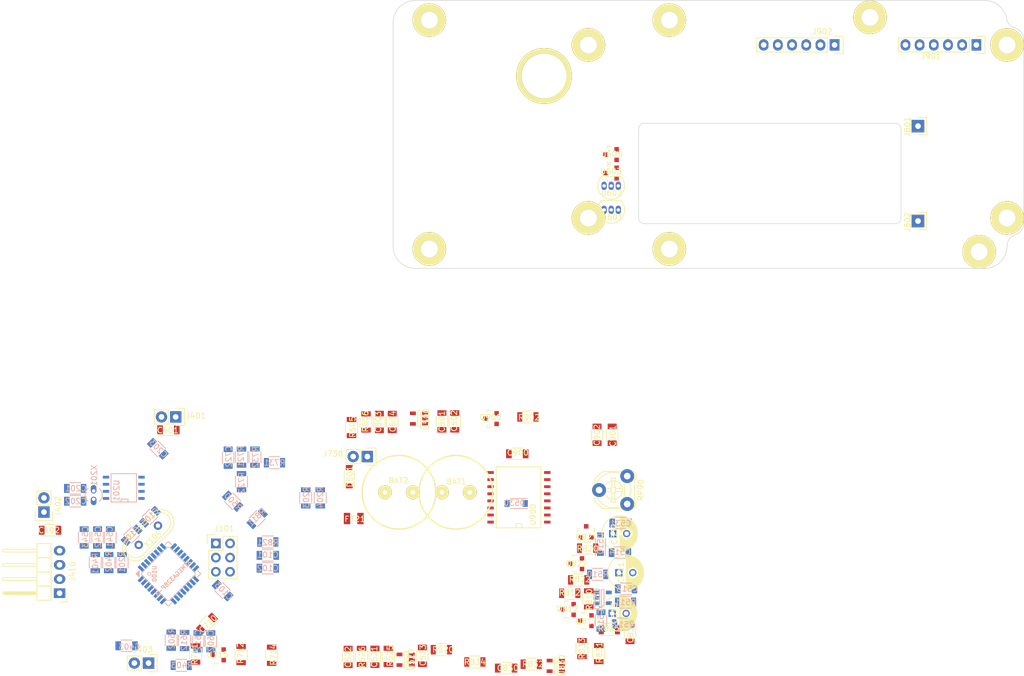
<source format=kicad_pcb>
(kicad_pcb (version 4) (host pcbnew 4.0.4-stable)
  (layers (0 F.Cu signal) (31 B.Cu signal) (34 B.Paste user hide) (35 F.Paste user hide) (36 B.SilkS user hide) (37 F.SilkS user) (38 B.Mask user hide) (39 F.Mask user hide) (44 Edge.Cuts user))
  (net 0 "")
  (net 1 "Net-(BAT1-Pad1)")
  (net 2 GND)
  (net 3 "Net-(BAT2-Pad1)")
  (net 4 VCC)
  (net 5 "Net-(C104-Pad2)")
  (net 6 "Net-(C105-Pad2)")
  (net 7 "Net-(C201-Pad1)")
  (net 8 "Net-(C202-Pad1)")
  (net 9 V_rtc)
  (net 10 BP1)
  (net 11 BP2)
  (net 12 BP3)
  (net 13 V_sol)
  (net 14 "Net-(C503-Pad1)")
  (net 15 "Net-(C504-Pad1)")
  (net 16 "Net-(C511-Pad1)")
  (net 17 "Net-(C513-Pad1)")
  (net 18 VPP)
  (net 19 "Net-(C522-Pad1)")
  (net 20 V_bat)
  (net 21 quadA)
  (net 22 quadB)
  (net 23 V_ref)
  (net 24 M_imot)
  (net 25 "Net-(J101-Pad1)")
  (net 26 "Net-(J101-Pad3)")
  (net 27 "Net-(J101-Pad4)")
  (net 28 "Net-(J101-Pad5)")
  (net 29 SDA)
  (net 30 SCL)
  (net 31 "Net-(J901-Pad4)")
  (net 32 "Net-(J901-Pad5)")
  (net 33 "Net-(J901-Pad6)")
  (net 34 "Net-(J902-Pad1)")
  (net 35 "Net-(J902-Pad2)")
  (net 36 "Net-(J902-Pad3)")
  (net 37 "Net-(J902-Pad4)")
  (net 38 "Net-(J902-Pad6)")
  (net 39 "Net-(Q811-Pad1)")
  (net 40 "Net-(Q811-Pad2)")
  (net 41 "Net-(Q812-Pad1)")
  (net 42 "Net-(Q821-Pad1)")
  (net 43 "Net-(Q822-Pad1)")
  (net 44 "Net-(Q900-Pad1)")
  (net 45 alarm)
  (net 46 charge_OFF)
  (net 47 "Net-(R510-Pad2)")
  (net 48 VppEn)
  (net 49 "Net-(R711-Pad1)")
  (net 50 M_bat)
  (net 51 M_sol)
  (net 52 C_frw)
  (net 53 C_bkw)
  (net 54 "Net-(R831-Pad2)")
  (net 55 "Net-(R832-Pad2)")
  (net 56 "Net-(R833-Pad1)")
  (net 57 "Net-(R902-Pad1)")
  (net 58 "Net-(J802-Pad1)")
  (net 59 "Net-(J801-Pad1)")
  (net 60 "Net-(C901-Pad2)")
  (module Potentiometers:Potentiometer_Triwood_RM-065 (layer F.Cu) (at 143.9 142.19872 90)
    (fp_text reference RP90 (at 2.5 2.4 90) (layer F.SilkS))
    (fp_text value 100k)
    (pad 2 thru_hole circle (at 2.49936 -5.03936 90) (size 2.49936 2.49936) (drill 1.19888) (layers *.Cu *.Mask) (net 60 "Net-(C901-Pad2)"))
    (pad 3 thru_hole circle (at 4.99872 0 90) (size 2.49936 2.49936) (drill 1.19888) (layers *.Cu *.Mask) (net 4 VCC))
    (pad 1 thru_hole circle (at 0 0 90) (size 2.49936 2.49936) (drill 1.19888) (layers *.Cu *.Mask) (net 2 GND))
  )
  (module Resistors_SMD:R_1206 (layer B.Cu) (at 143.6 159.8)
    (fp_text reference R511 (at 0 0) (layer B.SilkS) (effects (justify mirror)))
    (fp_text value 100k)
    (pad 1 smd rect (at -1.45 0) (size 0.9 1.7) (layers B.Cu B.Paste B.Mask) (net 2 GND))
    (pad 2 smd rect (at 1.45 0) (size 0.9 1.7) (layers B.Cu B.Paste B.Mask) (net 17 "Net-(C513-Pad1)"))
  )
  (module Resistors_SMD:R_1206 (layer F.Cu) (at 116.6 170.5 180)
    (fp_text reference R834 (at 0 0 180) (layer F.SilkS))
    (fp_text value 1k)
    (pad 1 smd rect (at -1.45 0 180) (size 0.9 1.7) (layers F.Cu F.Paste F.Mask) (net 55 "Net-(R832-Pad2)"))
    (pad 2 smd rect (at 1.45 0 180) (size 0.9 1.7) (layers F.Cu F.Paste F.Mask) (net 2 GND))
  )
  (module gdi:HFC1330 (layer F.Cu) (at 113.2 140.1)
    (fp_text reference BAT1 (at 0.1 -1.9) (layer F.SilkS))
    (fp_text value BAT)
    (pad 1 thru_hole circle (at -2.5 0) (size 2.5 2.5) (drill 0.8) (layers *.Cu *.Mask F.SilkS) (net 1 "Net-(BAT1-Pad1)"))
    (pad 2 thru_hole circle (at 2.5 0) (size 2.5 2.5) (drill 0.8) (layers *.Cu *.Mask F.SilkS) (net 2 GND))
  )
  (module gdi:HFC1330 (layer F.Cu) (at 103 140.1)
    (fp_text reference BAT2 (at -0.1 -2.1) (layer F.SilkS))
    (fp_text value BAT)
    (pad 1 thru_hole circle (at -2.5 0) (size 2.5 2.5) (drill 0.8) (layers *.Cu *.Mask F.SilkS) (net 3 "Net-(BAT2-Pad1)"))
    (pad 2 thru_hole circle (at 2.5 0) (size 2.5 2.5) (drill 0.8) (layers *.Cu *.Mask F.SilkS) (net 1 "Net-(BAT1-Pad1)"))
  )
  (module Capacitors_ThroughHole:C_Radial_D6.3_L11.2_P2.5 (layer F.Cu) (at 142.4 154.5)
    (fp_text reference C511 (at 0.4 0 90) (layer F.SilkS))
    (fp_text value 470uF)
    (pad 2 thru_hole circle (at 2.5 0) (size 1.3 1.3) (drill 0.8) (layers *.Cu *.Mask) (net 2 GND))
    (pad 1 thru_hole rect (at 0 0) (size 1.3 1.3) (drill 0.8) (layers *.Cu *.Mask) (net 16 "Net-(C511-Pad1)"))
  )
  (module Capacitors_ThroughHole:C_Radial_D6.3_L11.2_P2.5 (layer F.Cu) (at 141.2 161.8)
    (fp_text reference C515 (at 0.4 -0.06 90) (layer F.SilkS))
    (fp_text value 470uF)
    (pad 2 thru_hole circle (at 2.5 0) (size 1.3 1.3) (drill 0.8) (layers *.Cu *.Mask) (net 2 GND))
    (pad 1 thru_hole rect (at 0 0) (size 1.3 1.3) (drill 0.8) (layers *.Cu *.Mask) (net 4 VCC))
  )
  (module Capacitors_ThroughHole:C_Radial_D6.3_L11.2_P2.5 (layer F.Cu) (at 141.3 147.5)
    (fp_text reference C532 (at 0.3 0.1 90) (layer F.SilkS))
    (fp_text value 470uF)
    (pad 2 thru_hole circle (at 2.5 0) (size 1.3 1.3) (drill 0.8) (layers *.Cu *.Mask) (net 2 GND))
    (pad 1 thru_hole rect (at 0 0) (size 1.3 1.3) (drill 0.8) (layers *.Cu *.Mask) (net 9 V_rtc))
  )
  (module Diodes_SMD:SOD-123 (layer F.Cu) (at 94.1 137.3 90)
    (fp_text reference D501 (at 0 0.1 90) (layer F.SilkS))
    (fp_text value SCHOTTKY)
    (pad 1 smd rect (at -1.635 0 90) (size 0.91 1.22) (layers F.Cu F.Paste F.Mask) (net 20 V_bat))
    (pad 2 smd rect (at 1.635 0 90) (size 0.91 1.22) (layers F.Cu F.Paste F.Mask) (net 15 "Net-(C504-Pad1)"))
  )
  (module Diodes_SMD:SOD-123 (layer B.Cu) (at 139.1 149.4 90)
    (fp_text reference D510 (at 0.1 0 90) (layer B.SilkS) (effects (justify mirror)))
    (fp_text value SCHOTTKY)
    (pad 1 smd rect (at -1.635 0 90) (size 0.91 1.22) (layers B.Cu B.Paste B.Mask) (net 16 "Net-(C511-Pad1)"))
    (pad 2 smd rect (at 1.635 0 90) (size 0.91 1.22) (layers B.Cu B.Paste B.Mask) (net 20 V_bat))
  )
  (module Diodes_SMD:SOD-123 (layer B.Cu) (at 124 142.1 180)
    (fp_text reference D530 (at 0.3 0.1 180) (layer B.SilkS) (effects (justify mirror)))
    (fp_text value SCHOTTKY)
    (pad 1 smd rect (at -1.635 0 180) (size 0.91 1.22) (layers B.Cu B.Paste B.Mask) (net 9 V_rtc))
    (pad 2 smd rect (at 1.635 0 180) (size 0.91 1.22) (layers B.Cu B.Paste B.Mask) (net 4 VCC))
  )
  (module gdi:3mm_screw (layer F.Cu) (at 108.45 96.5)
    (fp_text reference H1 (at 0 0.5) (layer F.SilkS))
    (fp_text value hole)
    (pad 1 thru_hole circle (at 0 0) (size 6 6) (drill 3) (layers *.Mask F.Cu F.SilkS) (net 2 GND))
    (pad 1 thru_hole circle (at 0 0) (size 4 4) (drill 3) (layers *.Cu *.Mask F.SilkS) (net 2 GND))
  )
  (module gdi:3mm_screw (layer F.Cu) (at 151.45 96.5)
    (fp_text reference H2 (at 0 0.5) (layer F.SilkS))
    (fp_text value hole)
    (pad 1 thru_hole circle (at 0 0) (size 6 6) (drill 3) (layers *.Mask F.Cu F.SilkS) (net 2 GND))
    (pad 1 thru_hole circle (at 0 0) (size 4 4) (drill 3) (layers *.Cu *.Mask F.SilkS) (net 2 GND))
  )
  (module gdi:3mm_screw (layer F.Cu) (at 206.95 97)
    (fp_text reference H3 (at 0 0.5) (layer F.SilkS))
    (fp_text value hole)
    (pad 1 thru_hole circle (at 0 0) (size 6 6) (drill 3) (layers *.Mask F.Cu F.SilkS) (net 2 GND))
    (pad 1 thru_hole circle (at 0 0) (size 4 4) (drill 3) (layers *.Cu *.Mask F.SilkS) (net 2 GND))
  )
  (module gdi:3mm_screw (layer F.Cu) (at 187.4 55)
    (fp_text reference H4 (at 0 0.5) (layer F.SilkS))
    (fp_text value hole)
    (pad 1 thru_hole circle (at 0 0) (size 6 6) (drill 3) (layers *.Mask F.Cu F.SilkS) (net 2 GND))
    (pad 1 thru_hole circle (at 0 0) (size 4 4) (drill 3) (layers *.Cu *.Mask F.SilkS) (net 2 GND))
  )
  (module gdi:3mm_screw (layer F.Cu) (at 151.45 55.5)
    (fp_text reference H5 (at 0 0.5) (layer F.SilkS))
    (fp_text value hole)
    (pad 1 thru_hole circle (at 0 0) (size 6 6) (drill 3) (layers *.Mask F.Cu F.SilkS) (net 2 GND))
    (pad 1 thru_hole circle (at 0 0) (size 4 4) (drill 3) (layers *.Cu *.Mask F.SilkS) (net 2 GND))
  )
  (module gdi:3mm_screw (layer F.Cu) (at 108.45 55.5)
    (fp_text reference H6 (at 0 0.5) (layer F.SilkS))
    (fp_text value hole)
    (pad 1 thru_hole circle (at 0 0) (size 6 6) (drill 3) (layers *.Mask F.Cu F.SilkS) (net 2 GND))
    (pad 1 thru_hole circle (at 0 0) (size 4 4) (drill 3) (layers *.Cu *.Mask F.SilkS) (net 2 GND))
  )
  (module gdi:MF85 (layer F.Cu) (at 129 65.5)
    (fp_text reference H7 (at 0 0.5) (layer F.SilkS))
    (fp_text value hole)
    (pad 1 thru_hole circle (at 0 0) (size 10 10) (drill 8) (layers *.Cu *.Mask F.SilkS) (net 2 GND))
  )
  (module Pin_Headers:Pin_Header_Straight_2x03 (layer F.Cu) (at 70.2 149.26)
    (fp_text reference J101 (at 1.5 -2.66) (layer F.SilkS))
    (fp_text value HEADER_3x2)
    (pad 1 thru_hole rect (at 0 0) (size 1.7272 1.7272) (drill 1.016) (layers *.Cu *.Mask) (net 25 "Net-(J101-Pad1)"))
    (pad 2 thru_hole oval (at 2.54 0) (size 1.7272 1.7272) (drill 1.016) (layers *.Cu *.Mask) (net 4 VCC))
    (pad 3 thru_hole oval (at 0 2.54) (size 1.7272 1.7272) (drill 1.016) (layers *.Cu *.Mask) (net 26 "Net-(J101-Pad3)"))
    (pad 4 thru_hole oval (at 2.54 2.54) (size 1.7272 1.7272) (drill 1.016) (layers *.Cu *.Mask) (net 27 "Net-(J101-Pad4)"))
    (pad 5 thru_hole oval (at 0 5.08) (size 1.7272 1.7272) (drill 1.016) (layers *.Cu *.Mask) (net 28 "Net-(J101-Pad5)"))
    (pad 6 thru_hole oval (at 2.54 5.08) (size 1.7272 1.7272) (drill 1.016) (layers *.Cu *.Mask) (net 2 GND))
  )
  (module Pin_Headers:Pin_Header_Straight_1x02 (layer F.Cu) (at 63 126.6 270)
    (fp_text reference J401 (at -0.2 -3.6 360) (layer F.SilkS))
    (fp_text value HEADER_2)
    (pad 1 thru_hole rect (at 0 0 270) (size 2.032 2.032) (drill 1.016) (layers *.Cu *.Mask) (net 10 BP1))
    (pad 2 thru_hole oval (at 0 2.54 270) (size 2.032 2.032) (drill 1.016) (layers *.Cu *.Mask) (net 2 GND))
  )
  (module Pin_Headers:Pin_Header_Straight_1x02 (layer F.Cu) (at 39.4 143.64 180)
    (fp_text reference J402 (at -2.5 1.04 270) (layer F.SilkS))
    (fp_text value HEADER_2)
    (pad 1 thru_hole rect (at 0 0 180) (size 2.032 2.032) (drill 1.016) (layers *.Cu *.Mask) (net 11 BP2))
    (pad 2 thru_hole oval (at 0 2.54 180) (size 2.032 2.032) (drill 1.016) (layers *.Cu *.Mask) (net 2 GND))
  )
  (module Pin_Headers:Pin_Header_Straight_1x02 (layer F.Cu) (at 58.14 170.7 270)
    (fp_text reference J403 (at -2.4 1.04 360) (layer F.SilkS))
    (fp_text value HEADER_2)
    (pad 1 thru_hole rect (at 0 0 270) (size 2.032 2.032) (drill 1.016) (layers *.Cu *.Mask) (net 12 BP3))
    (pad 2 thru_hole oval (at 0 2.54 270) (size 2.032 2.032) (drill 1.016) (layers *.Cu *.Mask) (net 2 GND))
  )
  (module Pin_Headers:Pin_Header_Angled_1x04 (layer F.Cu) (at 42.2 158.18 180)
    (fp_text reference J410 (at -2.3 3.88 270) (layer F.SilkS))
    (fp_text value HEADER_4)
    (pad 1 thru_hole rect (at 0 0 180) (size 2.032 1.7272) (drill 1.016) (layers *.Cu *.Mask) (net 2 GND))
    (pad 2 thru_hole oval (at 0 2.54 180) (size 2.032 1.7272) (drill 1.016) (layers *.Cu *.Mask) (net 29 SDA))
    (pad 3 thru_hole oval (at 0 5.08 180) (size 2.032 1.7272) (drill 1.016) (layers *.Cu *.Mask) (net 30 SCL))
    (pad 4 thru_hole oval (at 0 7.62 180) (size 2.032 1.7272) (drill 1.016) (layers *.Cu *.Mask) (net 4 VCC))
  )
  (module Pin_Headers:Pin_Header_Straight_1x02 (layer F.Cu) (at 97.34 133.7 270)
    (fp_text reference J730 (at -0.5 6.14 360) (layer F.SilkS))
    (fp_text value HEADER_2)
    (pad 1 thru_hole rect (at 0 0 270) (size 2.032 2.032) (drill 1.016) (layers *.Cu *.Mask) (net 13 V_sol))
    (pad 2 thru_hole oval (at 0 2.54 270) (size 2.032 2.032) (drill 1.016) (layers *.Cu *.Mask) (net 2 GND))
  )
  (module Pin_Headers:Pin_Header_Straight_1x06 (layer F.Cu) (at 206.45 59.95 270)
    (fp_text reference J901 (at 2 8.1 360) (layer F.SilkS))
    (fp_text value HEADER_6)
    (pad 1 thru_hole rect (at 0 0 270) (size 2.032 1.7272) (drill 1.016) (layers *.Cu *.Mask) (net 2 GND))
    (pad 2 thru_hole oval (at 0 2.54 270) (size 2.032 1.7272) (drill 1.016) (layers *.Cu *.Mask) (net 4 VCC))
    (pad 3 thru_hole oval (at 0 5.08 270) (size 2.032 1.7272) (drill 1.016) (layers *.Cu *.Mask) (net 60 "Net-(C901-Pad2)"))
    (pad 4 thru_hole oval (at 0 7.62 270) (size 2.032 1.7272) (drill 1.016) (layers *.Cu *.Mask) (net 31 "Net-(J901-Pad4)"))
    (pad 5 thru_hole oval (at 0 10.16 270) (size 2.032 1.7272) (drill 1.016) (layers *.Cu *.Mask) (net 32 "Net-(J901-Pad5)"))
    (pad 6 thru_hole oval (at 0 12.7 270) (size 2.032 1.7272) (drill 1.016) (layers *.Cu *.Mask) (net 33 "Net-(J901-Pad6)"))
  )
  (module Pin_Headers:Pin_Header_Straight_1x06 (layer F.Cu) (at 181.05 59.95 270)
    (fp_text reference J902 (at -2.4 2.2 360) (layer F.SilkS))
    (fp_text value HEADER_6)
    (pad 1 thru_hole rect (at 0 0 270) (size 2.032 1.7272) (drill 1.016) (layers *.Cu *.Mask) (net 34 "Net-(J902-Pad1)"))
    (pad 2 thru_hole oval (at 0 2.54 270) (size 2.032 1.7272) (drill 1.016) (layers *.Cu *.Mask) (net 35 "Net-(J902-Pad2)"))
    (pad 3 thru_hole oval (at 0 5.08 270) (size 2.032 1.7272) (drill 1.016) (layers *.Cu *.Mask) (net 36 "Net-(J902-Pad3)"))
    (pad 4 thru_hole oval (at 0 7.62 270) (size 2.032 1.7272) (drill 1.016) (layers *.Cu *.Mask) (net 37 "Net-(J902-Pad4)"))
    (pad 5 thru_hole oval (at 0 10.16 270) (size 2.032 1.7272) (drill 1.016) (layers *.Cu *.Mask) (net 4 VCC))
    (pad 6 thru_hole oval (at 0 12.7 270) (size 2.032 1.7272) (drill 1.016) (layers *.Cu *.Mask) (net 38 "Net-(J902-Pad6)"))
  )
  (module w_lqfp:lqfp32 (layer B.Cu) (at 61.7 154.7 45)
    (fp_text reference U100 (at -1.767767 -1.767767 90) (layer B.SilkS) (effects (font (size 0.7493 0.7493) (thickness 0.14986)) (justify mirror)))
    (fp_text value ATMEGA328P-A (at 0 1.143 45) (layer B.SilkS) (effects (font (size 0.7493 0.7493) (thickness 0.14986)) (justify mirror)))
    (pad 4 smd rect (at -0.39878 -4.09956 45) (size 0.55118 1.30048) (layers B.Cu B.Paste B.Mask) (net 4 VCC))
    (pad 5 smd rect (at 0.39878 -4.09956 45) (size 0.55118 1.30048) (layers B.Cu B.Paste B.Mask) (net 2 GND))
    (pad 6 smd rect (at 1.19888 -4.09956 45) (size 0.55118 1.30048) (layers B.Cu B.Paste B.Mask) (net 4 VCC))
    (pad 7 smd rect (at 1.99898 -4.09956 45) (size 0.55118 1.30048) (layers B.Cu B.Paste B.Mask) (net 5 "Net-(C104-Pad2)"))
    (pad 8 smd rect (at 2.79908 -4.09956 45) (size 0.55118 1.30048) (layers B.Cu B.Paste B.Mask) (net 6 "Net-(C105-Pad2)"))
    (pad 1 smd rect (at -2.79908 -4.09956 45) (size 0.55118 1.30048) (layers B.Cu B.Paste B.Mask) (net 11 BP2))
    (pad 2 smd rect (at -1.99898 -4.09956 45) (size 0.55118 1.30048) (layers B.Cu B.Paste B.Mask) (net 10 BP1))
    (pad 3 smd rect (at -1.19888 -4.09956 45) (size 0.55118 1.30048) (layers B.Cu B.Paste B.Mask) (net 2 GND))
    (pad 9 smd rect (at 4.09956 -2.79908 45) (size 1.30048 0.55118) (layers B.Cu B.Paste B.Mask) (net 12 BP3))
    (pad 10 smd rect (at 4.09956 -1.99898 45) (size 1.30048 0.55118) (layers B.Cu B.Paste B.Mask) (net 46 charge_OFF))
    (pad 11 smd rect (at 4.09956 -1.19888 45) (size 1.30048 0.55118) (layers B.Cu B.Paste B.Mask) (net 48 VppEn))
    (pad 12 smd rect (at 4.09956 -0.39878 45) (size 1.30048 0.55118) (layers B.Cu B.Paste B.Mask) (net 52 C_frw))
    (pad 13 smd rect (at 4.09956 0.39878 45) (size 1.30048 0.55118) (layers B.Cu B.Paste B.Mask) (net 53 C_bkw))
    (pad 14 smd rect (at 4.09956 1.19888 45) (size 1.30048 0.55118) (layers B.Cu B.Paste B.Mask))
    (pad 15 smd rect (at 4.09956 1.99898 45) (size 1.30048 0.55118) (layers B.Cu B.Paste B.Mask) (net 27 "Net-(J101-Pad4)"))
    (pad 16 smd rect (at 4.09956 2.79908 45) (size 1.30048 0.55118) (layers B.Cu B.Paste B.Mask) (net 25 "Net-(J101-Pad1)"))
    (pad 17 smd rect (at 2.79908 4.09956 45) (size 0.55118 1.30048) (layers B.Cu B.Paste B.Mask) (net 26 "Net-(J101-Pad3)"))
    (pad 18 smd rect (at 1.99898 4.09956 45) (size 0.55118 1.30048) (layers B.Cu B.Paste B.Mask) (net 4 VCC))
    (pad 19 smd rect (at 1.19888 4.09956 45) (size 0.55118 1.30048) (layers B.Cu B.Paste B.Mask) (net 51 M_sol))
    (pad 20 smd rect (at 0.39878 4.09956 45) (size 0.55118 1.30048) (layers B.Cu B.Paste B.Mask) (net 23 V_ref))
    (pad 21 smd rect (at -0.39878 4.09956 45) (size 0.55118 1.30048) (layers B.Cu B.Paste B.Mask) (net 2 GND))
    (pad 22 smd rect (at -1.19888 4.09956 45) (size 0.55118 1.30048) (layers B.Cu B.Paste B.Mask) (net 50 M_bat))
    (pad 23 smd rect (at -1.99898 4.09956 45) (size 0.55118 1.30048) (layers B.Cu B.Paste B.Mask) (net 24 M_imot))
    (pad 24 smd rect (at -2.79908 4.09956 45) (size 0.55118 1.30048) (layers B.Cu B.Paste B.Mask))
    (pad 25 smd rect (at -4.09956 2.79908 45) (size 1.30048 0.55118) (layers B.Cu B.Paste B.Mask) (net 22 quadB))
    (pad 26 smd rect (at -4.09956 1.99898 45) (size 1.30048 0.55118) (layers B.Cu B.Paste B.Mask) (net 21 quadA))
    (pad 27 smd rect (at -4.09956 1.19888 45) (size 1.30048 0.55118) (layers B.Cu B.Paste B.Mask) (net 29 SDA))
    (pad 28 smd rect (at -4.09956 0.39878 45) (size 1.30048 0.55118) (layers B.Cu B.Paste B.Mask) (net 30 SCL))
    (pad 29 smd rect (at -4.09956 -0.39878 45) (size 1.30048 0.55118) (layers B.Cu B.Paste B.Mask) (net 28 "Net-(J101-Pad5)"))
    (pad 30 smd rect (at -4.09956 -1.19888 45) (size 1.30048 0.55118) (layers B.Cu B.Paste B.Mask))
    (pad 31 smd rect (at -4.09956 -1.99898 45) (size 1.30048 0.55118) (layers B.Cu B.Paste B.Mask))
    (pad 32 smd rect (at -4.09956 -2.79908 45) (size 1.30048 0.55118) (layers B.Cu B.Paste B.Mask) (net 45 alarm))
  )
  (module SMD_Packages:SOIC-8-N (layer B.Cu) (at 53.7 139.3 90)
    (fp_text reference U201 (at -0.5 -1.3 90) (layer B.SilkS) (effects (justify mirror)))
    (fp_text value MCP7940)
    (pad 8 smd rect (at -1.905 3.175 90) (size 0.508 1.143) (layers B.Cu B.Paste B.Mask) (net 9 V_rtc))
    (pad 7 smd rect (at -0.635 3.175 90) (size 0.508 1.143) (layers B.Cu B.Paste B.Mask) (net 45 alarm))
    (pad 6 smd rect (at 0.635 3.175 90) (size 0.508 1.143) (layers B.Cu B.Paste B.Mask) (net 30 SCL))
    (pad 5 smd rect (at 1.905 3.175 90) (size 0.508 1.143) (layers B.Cu B.Paste B.Mask) (net 29 SDA))
    (pad 4 smd rect (at 1.905 -3.175 90) (size 0.508 1.143) (layers B.Cu B.Paste B.Mask) (net 2 GND))
    (pad 3 smd rect (at 0.635 -3.175 90) (size 0.508 1.143) (layers B.Cu B.Paste B.Mask) (net 45 alarm))
    (pad 2 smd rect (at -0.635 -3.175 90) (size 0.508 1.143) (layers B.Cu B.Paste B.Mask) (net 7 "Net-(C201-Pad1)"))
    (pad 1 smd rect (at -1.905 -3.175 90) (size 0.508 1.143) (layers B.Cu B.Paste B.Mask) (net 8 "Net-(C202-Pad1)"))
  )
  (module TO_SOT_Packages_THT:TO-92_Inline_Narrow_Oval (layer F.Cu) (at 142.3 89.5 180)
    (fp_text reference U601 (at 1.1 -1.3 180) (layer F.SilkS))
    (fp_text value A3144)
    (pad 2 thru_hole oval (at 1.27 0) (size 0.89916 1.50114) (drill 0.6) (layers *.Cu *.Mask) (net 2 GND))
    (pad 3 thru_hole oval (at 2.54 0) (size 0.89916 1.50114) (drill 0.6) (layers *.Cu *.Mask) (net 21 quadA))
    (pad 1 thru_hole oval (at 0 0) (size 0.89916 1.50114) (drill 0.6) (layers *.Cu *.Mask) (net 18 VPP))
  )
  (module TO_SOT_Packages_THT:TO-92_Inline_Narrow_Oval (layer F.Cu) (at 142.3 85.2 180)
    (fp_text reference U602 (at 1.2 -1.3 180) (layer F.SilkS))
    (fp_text value A3144)
    (pad 2 thru_hole oval (at 1.27 0) (size 0.89916 1.50114) (drill 0.6) (layers *.Cu *.Mask) (net 2 GND))
    (pad 3 thru_hole oval (at 2.54 0) (size 0.89916 1.50114) (drill 0.6) (layers *.Cu *.Mask) (net 22 quadB))
    (pad 1 thru_hole oval (at 0 0) (size 0.89916 1.50114) (drill 0.6) (layers *.Cu *.Mask) (net 18 VPP))
  )
  (module SMD_Packages:SO-16-W (layer F.Cu) (at 124.5 141 90)
    (fp_text reference U900 (at -3.1 2.5 90) (layer F.SilkS))
    (fp_text value PCF8574)
    (pad 1 smd rect (at -4.445 5.08 90) (size 0.508 1.143) (layers F.Cu F.Paste F.Mask) (net 2 GND))
    (pad 2 smd rect (at -3.175 5.08 90) (size 0.508 1.143) (layers F.Cu F.Paste F.Mask) (net 2 GND))
    (pad 3 smd rect (at -1.905 5.08 90) (size 0.508 1.143) (layers F.Cu F.Paste F.Mask) (net 2 GND))
    (pad 4 smd rect (at -0.635 5.08 90) (size 0.508 1.143) (layers F.Cu F.Paste F.Mask) (net 31 "Net-(J901-Pad4)"))
    (pad 5 smd rect (at 0.635 5.08 90) (size 0.508 1.143) (layers F.Cu F.Paste F.Mask) (net 32 "Net-(J901-Pad5)"))
    (pad 6 smd rect (at 1.905 5.08 90) (size 0.508 1.143) (layers F.Cu F.Paste F.Mask) (net 33 "Net-(J901-Pad6)"))
    (pad 7 smd rect (at 3.175 5.08 90) (size 0.508 1.143) (layers F.Cu F.Paste F.Mask) (net 57 "Net-(R902-Pad1)"))
    (pad 8 smd rect (at 4.445 5.08 90) (size 0.508 1.143) (layers F.Cu F.Paste F.Mask) (net 2 GND))
    (pad 9 smd rect (at 4.445 -5.08 90) (size 0.508 1.143) (layers F.Cu F.Paste F.Mask) (net 34 "Net-(J902-Pad1)"))
    (pad 10 smd rect (at 3.175 -5.08 90) (size 0.508 1.143) (layers F.Cu F.Paste F.Mask) (net 35 "Net-(J902-Pad2)"))
    (pad 11 smd rect (at 1.905 -5.08 90) (size 0.508 1.143) (layers F.Cu F.Paste F.Mask) (net 36 "Net-(J902-Pad3)"))
    (pad 12 smd rect (at 0.635 -5.08 90) (size 0.508 1.143) (layers F.Cu F.Paste F.Mask) (net 37 "Net-(J902-Pad4)"))
    (pad 13 smd rect (at -0.635 -5.08 90) (size 0.508 1.143) (layers F.Cu F.Paste F.Mask))
    (pad 14 smd rect (at -1.905 -5.08 90) (size 0.508 1.143) (layers F.Cu F.Paste F.Mask) (net 30 SCL))
    (pad 15 smd rect (at -3.175 -5.08 90) (size 0.508 1.143) (layers F.Cu F.Paste F.Mask) (net 29 SDA))
    (pad 16 smd rect (at -4.445 -5.08 90) (size 0.508 1.143) (layers F.Cu F.Paste F.Mask) (net 4 VCC))
  )
  (module Crystals:Crystal_HC49-U_Vertical (layer F.Cu) (at 58.1 147.8 45)
    (fp_text reference X104 (at 0.141421 0.989949 45) (layer F.SilkS))
    (fp_text value 16M)
    (pad 1 thru_hole circle (at -2.44094 0 45) (size 1.50114 1.50114) (drill 0.8001) (layers *.Cu *.Mask) (net 5 "Net-(C104-Pad2)"))
    (pad 2 thru_hole circle (at 2.44094 0 45) (size 1.50114 1.50114) (drill 0.8001) (layers *.Cu *.Mask) (net 6 "Net-(C105-Pad2)"))
  )
  (module Crystals:Crystal_Round_Vertical_3mm_BigPad (layer B.Cu) (at 48.3 140.6 90)
    (fp_text reference X201 (at 3.5 0.1 90) (layer B.SilkS) (effects (justify mirror)))
    (fp_text value 32.768K)
    (pad 1 thru_hole oval (at -0.7493 0 90) (size 1.50114 1.00076) (drill 0.59944 (offset -0.29972 0)) (layers *.Cu *.Mask) (net 8 "Net-(C202-Pad1)"))
    (pad 2 thru_hole oval (at 0.7493 0 90) (size 1.50114 1.00076) (drill 0.59944 (offset 0.29972 0)) (layers *.Cu *.Mask) (net 7 "Net-(C201-Pad1)"))
  )
  (module Pin_Headers:Pin_Header_Straight_1x01 (layer F.Cu) (at 196 74.5 270)
    (fp_text reference J801 (at 0.1 1.9 450) (layer F.SilkS))
    (fp_text value HEADER_1)
    (pad 1 thru_hole rect (at 0 0 270) (size 2.2352 2.2352) (drill 1.016) (layers *.Cu *.Mask) (net 59 "Net-(J801-Pad1)"))
  )
  (module Pin_Headers:Pin_Header_Straight_1x01 (layer F.Cu) (at 196 91.5 270)
    (fp_text reference J802 (at 0.2 1.9 270) (layer F.SilkS))
    (fp_text value HEADER_1)
    (pad 1 thru_hole rect (at 0 0 270) (size 2.2352 2.2352) (drill 1.016) (layers *.Cu *.Mask) (net 58 "Net-(J802-Pad1)"))
  )
  (module Capacitors_SMD:C_1206 (layer B.Cu) (at 79.5 151.4 180)
    (fp_text reference C101 (at 0 0.1 180) (layer B.SilkS) (effects (justify mirror)))
    (fp_text value 10n)
    (pad 1 smd rect (at -1.5 0 180) (size 1 1.6) (layers B.Cu B.Paste B.Mask) (net 2 GND))
    (pad 2 smd rect (at 1.5 0 180) (size 1 1.6) (layers B.Cu B.Paste B.Mask) (net 4 VCC))
  )
  (module Capacitors_SMD:C_1206 (layer B.Cu) (at 79.5 153.7 180)
    (fp_text reference C102 (at 0 0 180) (layer B.SilkS) (effects (justify mirror)))
    (fp_text value 100n)
    (pad 1 smd rect (at -1.5 0 180) (size 1 1.6) (layers B.Cu B.Paste B.Mask) (net 2 GND))
    (pad 2 smd rect (at 1.5 0 180) (size 1 1.6) (layers B.Cu B.Paste B.Mask) (net 4 VCC))
  )
  (module Capacitors_SMD:C_1206 (layer B.Cu) (at 71.4 157.7 135)
    (fp_text reference C103 (at -0.212132 0.070711 135) (layer B.SilkS) (effects (justify mirror)))
    (fp_text value 10n)
    (pad 1 smd rect (at -1.5 0 135) (size 1 1.6) (layers B.Cu B.Paste B.Mask) (net 2 GND))
    (pad 2 smd rect (at 1.5 0 135) (size 1 1.6) (layers B.Cu B.Paste B.Mask) (net 4 VCC))
  )
  (module Capacitors_SMD:C_1206 (layer B.Cu) (at 55.1 147.8 225)
    (fp_text reference C104 (at 0.070711 0.070711 225) (layer B.SilkS) (effects (justify mirror)))
    (fp_text value 10p)
    (pad 1 smd rect (at -1.5 0 225) (size 1 1.6) (layers B.Cu B.Paste B.Mask) (net 2 GND))
    (pad 2 smd rect (at 1.5 0 225) (size 1 1.6) (layers B.Cu B.Paste B.Mask) (net 5 "Net-(C104-Pad2)"))
  )
  (module Capacitors_SMD:C_1206 (layer B.Cu) (at 58.4 144.5 45)
    (fp_text reference C105 (at 0 0 45) (layer B.SilkS) (effects (justify mirror)))
    (fp_text value 10p)
    (pad 1 smd rect (at -1.5 0 45) (size 1 1.6) (layers B.Cu B.Paste B.Mask) (net 2 GND))
    (pad 2 smd rect (at 1.5 0 45) (size 1 1.6) (layers B.Cu B.Paste B.Mask) (net 6 "Net-(C105-Pad2)"))
  )
  (module Capacitors_SMD:C_1206 (layer B.Cu) (at 45 139.4 180)
    (fp_text reference C201 (at -0.1 0 180) (layer B.SilkS) (effects (justify mirror)))
    (fp_text value 10p)
    (pad 1 smd rect (at -1.5 0 180) (size 1 1.6) (layers B.Cu B.Paste B.Mask) (net 7 "Net-(C201-Pad1)"))
    (pad 2 smd rect (at 1.5 0 180) (size 1 1.6) (layers B.Cu B.Paste B.Mask) (net 2 GND))
  )
  (module Capacitors_SMD:C_1206 (layer B.Cu) (at 45 141.7 180)
    (fp_text reference C202 (at -0.1 0 180) (layer B.SilkS) (effects (justify mirror)))
    (fp_text value 10p)
    (pad 1 smd rect (at -1.5 0 180) (size 1 1.6) (layers B.Cu B.Paste B.Mask) (net 8 "Net-(C202-Pad1)"))
    (pad 2 smd rect (at 1.5 0 180) (size 1 1.6) (layers B.Cu B.Paste B.Mask) (net 2 GND))
  )
  (module Capacitors_SMD:C_1206 (layer B.Cu) (at 59.8 132.3 135)
    (fp_text reference C203 (at -0.070711 0.070711 135) (layer B.SilkS) (effects (justify mirror)))
    (fp_text value 10n)
    (pad 1 smd rect (at -1.5 0 135) (size 1 1.6) (layers B.Cu B.Paste B.Mask) (net 9 V_rtc))
    (pad 2 smd rect (at 1.5 0 135) (size 1 1.6) (layers B.Cu B.Paste B.Mask) (net 2 GND))
  )
  (module Capacitors_SMD:C_1206 (layer F.Cu) (at 61.7 128.9 180)
    (fp_text reference C401 (at 0.1 -0.1 180) (layer F.SilkS))
    (fp_text value 10n)
    (pad 1 smd rect (at -1.5 0 180) (size 1 1.6) (layers F.Cu F.Paste F.Mask) (net 10 BP1))
    (pad 2 smd rect (at 1.5 0 180) (size 1 1.6) (layers F.Cu F.Paste F.Mask) (net 2 GND))
  )
  (module Capacitors_SMD:C_1206 (layer F.Cu) (at 40.5 146.9 180)
    (fp_text reference C402 (at 0.2 0 180) (layer F.SilkS))
    (fp_text value 10n)
    (pad 1 smd rect (at -1.5 0 180) (size 1 1.6) (layers F.Cu F.Paste F.Mask) (net 11 BP2))
    (pad 2 smd rect (at 1.5 0 180) (size 1 1.6) (layers F.Cu F.Paste F.Mask) (net 2 GND))
  )
  (module Capacitors_SMD:C_1206 (layer B.Cu) (at 54.2 167.6 180)
    (fp_text reference C403 (at -0.5 -0.2 180) (layer B.SilkS) (effects (justify mirror)))
    (fp_text value 10n)
    (pad 1 smd rect (at -1.5 0 180) (size 1 1.6) (layers B.Cu B.Paste B.Mask) (net 12 BP3))
    (pad 2 smd rect (at 1.5 0 180) (size 1 1.6) (layers B.Cu B.Paste B.Mask) (net 2 GND))
  )
  (module Capacitors_SMD:C_1206 (layer F.Cu) (at 110.7 127.4 90)
    (fp_text reference C501 (at 0 0 90) (layer F.SilkS))
    (fp_text value 10uF)
    (pad 1 smd rect (at -1.5 0 90) (size 1 1.6) (layers F.Cu F.Paste F.Mask) (net 13 V_sol))
    (pad 2 smd rect (at 1.5 0 90) (size 1 1.6) (layers F.Cu F.Paste F.Mask) (net 2 GND))
  )
  (module Capacitors_SMD:C_1206 (layer F.Cu) (at 113 127.4 90)
    (fp_text reference C502 (at 0.1 -0.1 90) (layer F.SilkS))
    (fp_text value 10n)
    (pad 1 smd rect (at -1.5 0 90) (size 1 1.6) (layers F.Cu F.Paste F.Mask) (net 13 V_sol))
    (pad 2 smd rect (at 1.5 0 90) (size 1 1.6) (layers F.Cu F.Paste F.Mask) (net 2 GND))
  )
  (module Capacitors_SMD:C_1206 (layer F.Cu) (at 99.5 127.5 90)
    (fp_text reference C503 (at 0 -0.2 90) (layer F.SilkS))
    (fp_text value 470p)
    (pad 1 smd rect (at -1.5 0 90) (size 1 1.6) (layers F.Cu F.Paste F.Mask) (net 14 "Net-(C503-Pad1)"))
    (pad 2 smd rect (at 1.5 0 90) (size 1 1.6) (layers F.Cu F.Paste F.Mask) (net 2 GND))
  )
  (module Capacitors_SMD:C_1206 (layer F.Cu) (at 101.8 127.5 90)
    (fp_text reference C504 (at 0.1 0.1 90) (layer F.SilkS))
    (fp_text value 10uF)
    (pad 1 smd rect (at -1.5 0 90) (size 1 1.6) (layers F.Cu F.Paste F.Mask) (net 15 "Net-(C504-Pad1)"))
    (pad 2 smd rect (at 1.5 0 90) (size 1 1.6) (layers F.Cu F.Paste F.Mask) (net 2 GND))
  )
  (module Capacitors_SMD:C_1206 (layer B.Cu) (at 139.2 163.1 90)
    (fp_text reference C512 (at 0.2 0 90) (layer B.SilkS) (effects (justify mirror)))
    (fp_text value 10uF)
    (pad 1 smd rect (at -1.5 0 90) (size 1 1.6) (layers B.Cu B.Paste B.Mask) (net 4 VCC))
    (pad 2 smd rect (at 1.5 0 90) (size 1 1.6) (layers B.Cu B.Paste B.Mask) (net 2 GND))
  )
  (module Capacitors_SMD:C_1206 (layer B.Cu) (at 143.7 157.4)
    (fp_text reference C513 (at 0.2 0) (layer B.SilkS) (effects (justify mirror)))
    (fp_text value 470p)
    (pad 1 smd rect (at -1.5 0) (size 1 1.6) (layers B.Cu B.Paste B.Mask) (net 17 "Net-(C513-Pad1)"))
    (pad 2 smd rect (at 1.5 0) (size 1 1.6) (layers B.Cu B.Paste B.Mask) (net 2 GND))
  )
  (module Capacitors_SMD:C_1206 (layer B.Cu) (at 142.6 150.9)
    (fp_text reference C514 (at 0 -0.1) (layer B.SilkS) (effects (justify mirror)))
    (fp_text value 10uF)
    (pad 1 smd rect (at -1.5 0) (size 1 1.6) (layers B.Cu B.Paste B.Mask) (net 16 "Net-(C511-Pad1)"))
    (pad 2 smd rect (at 1.5 0) (size 1 1.6) (layers B.Cu B.Paste B.Mask) (net 2 GND))
  )
  (module Capacitors_SMD:C_1206 (layer F.Cu) (at 98.7 169.58 90)
    (fp_text reference C521 (at 0 -0.1 90) (layer F.SilkS))
    (fp_text value 10uF)
    (pad 1 smd rect (at -1.5 0 90) (size 1 1.6) (layers F.Cu F.Paste F.Mask) (net 18 VPP))
    (pad 2 smd rect (at 1.5 0 90) (size 1 1.6) (layers F.Cu F.Paste F.Mask) (net 2 GND))
  )
  (module Capacitors_SMD:C_1206 (layer F.Cu) (at 93.9 169.6 90)
    (fp_text reference C522 (at 0 0 90) (layer F.SilkS))
    (fp_text value 470p)
    (pad 1 smd rect (at -1.5 0 90) (size 1 1.6) (layers F.Cu F.Paste F.Mask) (net 19 "Net-(C522-Pad1)"))
    (pad 2 smd rect (at 1.5 0 90) (size 1 1.6) (layers F.Cu F.Paste F.Mask) (net 2 GND))
  )
  (module Capacitors_SMD:C_1206 (layer F.Cu) (at 107.2 169.4 90)
    (fp_text reference C523 (at 0.1 0.1 90) (layer F.SilkS))
    (fp_text value 10uF)
    (pad 1 smd rect (at -1.5 0 90) (size 1 1.6) (layers F.Cu F.Paste F.Mask) (net 20 V_bat))
    (pad 2 smd rect (at 1.5 0 90) (size 1 1.6) (layers F.Cu F.Paste F.Mask) (net 2 GND))
  )
  (module Capacitors_SMD:C_1206 (layer B.Cu) (at 142.7 145.6)
    (fp_text reference C531 (at 0 0.07) (layer B.SilkS) (effects (justify mirror)))
    (fp_text value 10uF)
    (pad 1 smd rect (at -1.5 0) (size 1 1.6) (layers B.Cu B.Paste B.Mask) (net 9 V_rtc))
    (pad 2 smd rect (at 1.5 0) (size 1 1.6) (layers B.Cu B.Paste B.Mask) (net 2 GND))
  )
  (module Capacitors_SMD:C_1206 (layer B.Cu) (at 51.3 148.2 90)
    (fp_text reference C541 (at 0.1 -0.1 90) (layer B.SilkS) (effects (justify mirror)))
    (fp_text value 10n)
    (pad 1 smd rect (at -1.5 0 90) (size 1 1.6) (layers B.Cu B.Paste B.Mask) (net 4 VCC))
    (pad 2 smd rect (at 1.5 0 90) (size 1 1.6) (layers B.Cu B.Paste B.Mask) (net 2 GND))
  )
  (module Capacitors_SMD:C_1206 (layer B.Cu) (at 49 148.2 90)
    (fp_text reference C542 (at 0.1 0.1 90) (layer B.SilkS) (effects (justify mirror)))
    (fp_text value 100nF)
    (pad 1 smd rect (at -1.5 0 90) (size 1 1.6) (layers B.Cu B.Paste B.Mask) (net 4 VCC))
    (pad 2 smd rect (at 1.5 0 90) (size 1 1.6) (layers B.Cu B.Paste B.Mask) (net 2 GND))
  )
  (module Capacitors_SMD:C_1206 (layer B.Cu) (at 46.6 148.2 90)
    (fp_text reference C543 (at 0.1 0.2 90) (layer B.SilkS) (effects (justify mirror)))
    (fp_text value 10uF)
    (pad 1 smd rect (at -1.5 0 90) (size 1 1.6) (layers B.Cu B.Paste B.Mask) (net 4 VCC))
    (pad 2 smd rect (at 1.5 0 90) (size 1 1.6) (layers B.Cu B.Paste B.Mask) (net 2 GND))
  )
  (module Capacitors_SMD:C_1206 (layer B.Cu) (at 69.3 166.8 270)
    (fp_text reference C602 (at -0.1 0 270) (layer B.SilkS) (effects (justify mirror)))
    (fp_text value 100nF)
    (pad 1 smd rect (at -1.5 0 270) (size 1 1.6) (layers B.Cu B.Paste B.Mask) (net 21 quadA))
    (pad 2 smd rect (at 1.5 0 270) (size 1 1.6) (layers B.Cu B.Paste B.Mask) (net 2 GND))
  )
  (module Capacitors_SMD:C_1206 (layer B.Cu) (at 67 166.8 90)
    (fp_text reference C612 (at 0.2 0 90) (layer B.SilkS) (effects (justify mirror)))
    (fp_text value 100nF)
    (pad 1 smd rect (at -1.5 0 90) (size 1 1.6) (layers B.Cu B.Paste B.Mask) (net 2 GND))
    (pad 2 smd rect (at 1.5 0 90) (size 1 1.6) (layers B.Cu B.Paste B.Mask) (net 22 quadB))
  )
  (module Capacitors_SMD:C_1206 (layer F.Cu) (at 68.6 163.6 225)
    (fp_text reference C710 (at -0.070711 -0.212132 225) (layer F.SilkS))
    (fp_text value 10n)
    (pad 1 smd rect (at -1.5 0 225) (size 1 1.6) (layers F.Cu F.Paste F.Mask) (net 23 V_ref))
    (pad 2 smd rect (at 1.5 0 225) (size 1 1.6) (layers F.Cu F.Paste F.Mask) (net 2 GND))
  )
  (module Capacitors_SMD:C_1206 (layer B.Cu) (at 72.4 133.9 90)
    (fp_text reference C722 (at 0.2 0.1 90) (layer B.SilkS) (effects (justify mirror)))
    (fp_text value 10uF)
    (pad 1 smd rect (at -1.5 0 90) (size 1 1.6) (layers B.Cu B.Paste B.Mask) (net 20 V_bat))
    (pad 2 smd rect (at 1.5 0 90) (size 1 1.6) (layers B.Cu B.Paste B.Mask) (net 2 GND))
  )
  (module Capacitors_SMD:C_1206 (layer F.Cu) (at 122.2 171.6 180)
    (fp_text reference C830 (at -0.3 0 180) (layer F.SilkS))
    (fp_text value 100n)
    (pad 1 smd rect (at -1.5 0 180) (size 1 1.6) (layers F.Cu F.Paste F.Mask) (net 18 VPP))
    (pad 2 smd rect (at 1.5 0 180) (size 1 1.6) (layers F.Cu F.Paste F.Mask) (net 2 GND))
  )
  (module Capacitors_SMD:C_1206 (layer F.Cu) (at 144.4 165.3 270)
    (fp_text reference C831 (at -0.1 -0.1 270) (layer F.SilkS))
    (fp_text value 100n)
    (pad 1 smd rect (at -1.5 0 270) (size 1 1.6) (layers F.Cu F.Paste F.Mask) (net 24 M_imot))
    (pad 2 smd rect (at 1.5 0 270) (size 1 1.6) (layers F.Cu F.Paste F.Mask) (net 2 GND))
  )
  (module Capacitors_SMD:C_1206 (layer F.Cu) (at 124.2 133.2)
    (fp_text reference C900 (at 0.1 -0.2) (layer F.SilkS))
    (fp_text value 100nF)
    (pad 1 smd rect (at -1.5 0) (size 1 1.6) (layers F.Cu F.Paste F.Mask) (net 4 VCC))
    (pad 2 smd rect (at 1.5 0) (size 1 1.6) (layers F.Cu F.Paste F.Mask) (net 2 GND))
  )
  (module Capacitors_SMD:C_1206 (layer F.Cu) (at 141.2 129.8 270)
    (fp_text reference C901 (at 0.23 -0.11 270) (layer F.SilkS))
    (fp_text value 10nF)
    (pad 1 smd rect (at -1.5 0 270) (size 1 1.6) (layers F.Cu F.Paste F.Mask) (net 2 GND))
    (pad 2 smd rect (at 1.5 0 270) (size 1 1.6) (layers F.Cu F.Paste F.Mask) (net 60 "Net-(C901-Pad2)"))
  )
  (module Capacitors_SMD:C_1206 (layer F.Cu) (at 138.5 129.8 270)
    (fp_text reference C902 (at 0.04 0.02 270) (layer F.SilkS))
    (fp_text value 10uF)
    (pad 1 smd rect (at -1.5 0 270) (size 1 1.6) (layers F.Cu F.Paste F.Mask) (net 2 GND))
    (pad 2 smd rect (at 1.5 0 270) (size 1 1.6) (layers F.Cu F.Paste F.Mask) (net 60 "Net-(C901-Pad2)"))
  )
  (module Fuse_Holders_and_Fuses:Fuse_SMD1206_Reflow (layer F.Cu) (at 94.9 144.8 180)
    (fp_text reference F721 (at -0.2 -0.1 180) (layer F.SilkS))
    (fp_text value 5A)
    (pad 1 smd rect (at -1.20396 0 270) (size 2.02946 1.14046) (layers F.Cu F.Paste F.Mask) (net 3 "Net-(BAT2-Pad1)"))
    (pad 2 smd rect (at 1.20396 0 270) (size 2.02946 1.14046) (layers F.Cu F.Paste F.Mask) (net 20 V_bat))
  )
  (module TO_SOT_Packages_SMD:SOT-23 (layer F.Cu) (at 136.5 163.1 90)
    (fp_text reference Q811 (at -0.1 0.1 180) (layer F.SilkS))
    (fp_text value PBSS4320)
    (pad 1 smd rect (at -0.95 1.00076 90) (size 0.8001 0.8001) (layers F.Cu F.Paste F.Mask) (net 39 "Net-(Q811-Pad1)"))
    (pad 2 smd rect (at 0.95 1.00076 90) (size 0.8001 0.8001) (layers F.Cu F.Paste F.Mask) (net 40 "Net-(Q811-Pad2)"))
    (pad 3 smd rect (at 0 -0.99822 90) (size 0.8001 0.8001) (layers F.Cu F.Paste F.Mask) (net 58 "Net-(J802-Pad1)"))
  )
  (module TO_SOT_Packages_SMD:SOT-23 (layer F.Cu) (at 133.29924 161.1 90)
    (fp_text reference Q812 (at 0.1 -0.09924 180) (layer F.SilkS))
    (fp_text value PBSS5350)
    (pad 1 smd rect (at -0.95 1.00076 90) (size 0.8001 0.8001) (layers F.Cu F.Paste F.Mask) (net 41 "Net-(Q812-Pad1)"))
    (pad 2 smd rect (at 0.95 1.00076 90) (size 0.8001 0.8001) (layers F.Cu F.Paste F.Mask) (net 18 VPP))
    (pad 3 smd rect (at 0 -0.99822 90) (size 0.8001 0.8001) (layers F.Cu F.Paste F.Mask) (net 58 "Net-(J802-Pad1)"))
  )
  (module TO_SOT_Packages_SMD:SOT-23 (layer F.Cu) (at 136.55 147.19924)
    (fp_text reference Q821 (at 0.05 0.90076) (layer F.SilkS))
    (fp_text value PBSS4320)
    (pad 1 smd rect (at -0.95 1.00076) (size 0.8001 0.8001) (layers F.Cu F.Paste F.Mask) (net 42 "Net-(Q821-Pad1)"))
    (pad 2 smd rect (at 0.95 1.00076) (size 0.8001 0.8001) (layers F.Cu F.Paste F.Mask) (net 40 "Net-(Q811-Pad2)"))
    (pad 3 smd rect (at 0 -0.99822) (size 0.8001 0.8001) (layers F.Cu F.Paste F.Mask) (net 59 "Net-(J801-Pad1)"))
  )
  (module TO_SOT_Packages_SMD:SOT-23 (layer F.Cu) (at 134.8 152.9 90)
    (fp_text reference Q822 (at 0 0 180) (layer F.SilkS))
    (fp_text value PBSS5350)
    (pad 1 smd rect (at -0.95 1.00076 90) (size 0.8001 0.8001) (layers F.Cu F.Paste F.Mask) (net 43 "Net-(Q822-Pad1)"))
    (pad 2 smd rect (at 0.95 1.00076 90) (size 0.8001 0.8001) (layers F.Cu F.Paste F.Mask) (net 18 VPP))
    (pad 3 smd rect (at 0 -0.99822 90) (size 0.8001 0.8001) (layers F.Cu F.Paste F.Mask) (net 59 "Net-(J801-Pad1)"))
  )
  (module TO_SOT_Packages_SMD:SOT-23 (layer F.Cu) (at 119.5 126.9 90)
    (fp_text reference Q900 (at 0.2 -0.1 180) (layer F.SilkS))
    (fp_text value PBSS4320)
    (pad 1 smd rect (at -0.95 1.00076 90) (size 0.8001 0.8001) (layers F.Cu F.Paste F.Mask) (net 44 "Net-(Q900-Pad1)"))
    (pad 2 smd rect (at 0.95 1.00076 90) (size 0.8001 0.8001) (layers F.Cu F.Paste F.Mask) (net 2 GND))
    (pad 3 smd rect (at 0 -0.99822 90) (size 0.8001 0.8001) (layers F.Cu F.Paste F.Mask) (net 38 "Net-(J902-Pad6)"))
  )
  (module Resistors_SMD:R_1206 (layer B.Cu) (at 53.4 152.7 270)
    (fp_text reference R201 (at -0.1 0 270) (layer B.SilkS) (effects (justify mirror)))
    (fp_text value 10k)
    (pad 1 smd rect (at -1.45 0 270) (size 0.9 1.7) (layers B.Cu B.Paste B.Mask) (net 4 VCC))
    (pad 2 smd rect (at 1.45 0 270) (size 0.9 1.7) (layers B.Cu B.Paste B.Mask) (net 45 alarm))
  )
  (module Resistors_SMD:R_1206 (layer B.Cu) (at 86.3 141.1 90)
    (fp_text reference R203 (at 0.1 0.1 90) (layer B.SilkS) (effects (justify mirror)))
    (fp_text value 2.2k)
    (pad 1 smd rect (at -1.45 0 90) (size 0.9 1.7) (layers B.Cu B.Paste B.Mask) (net 4 VCC))
    (pad 2 smd rect (at 1.45 0 90) (size 0.9 1.7) (layers B.Cu B.Paste B.Mask) (net 30 SCL))
  )
  (module Resistors_SMD:R_1206 (layer B.Cu) (at 88.9 141.1 90)
    (fp_text reference R204 (at 0.1 0 90) (layer B.SilkS) (effects (justify mirror)))
    (fp_text value 2.2k)
    (pad 1 smd rect (at -1.45 0 90) (size 0.9 1.7) (layers B.Cu B.Paste B.Mask) (net 4 VCC))
    (pad 2 smd rect (at 1.45 0 90) (size 0.9 1.7) (layers B.Cu B.Paste B.Mask) (net 29 SDA))
  )
  (module Resistors_SMD:R_1206 (layer B.Cu) (at 48.6 152.7 270)
    (fp_text reference R401 (at 0.2 0 270) (layer B.SilkS) (effects (justify mirror)))
    (fp_text value 10k)
    (pad 1 smd rect (at -1.45 0 270) (size 0.9 1.7) (layers B.Cu B.Paste B.Mask) (net 4 VCC))
    (pad 2 smd rect (at 1.45 0 270) (size 0.9 1.7) (layers B.Cu B.Paste B.Mask) (net 10 BP1))
  )
  (module Resistors_SMD:R_1206 (layer B.Cu) (at 51 152.7 270)
    (fp_text reference R402 (at -0.2 0 270) (layer B.SilkS) (effects (justify mirror)))
    (fp_text value 10k)
    (pad 1 smd rect (at -1.45 0 270) (size 0.9 1.7) (layers B.Cu B.Paste B.Mask) (net 4 VCC))
    (pad 2 smd rect (at 1.45 0 270) (size 0.9 1.7) (layers B.Cu B.Paste B.Mask) (net 11 BP2))
  )
  (module Resistors_SMD:R_1206 (layer B.Cu) (at 64 171.1 180)
    (fp_text reference R403 (at -0.1 0 180) (layer B.SilkS) (effects (justify mirror)))
    (fp_text value 10k)
    (pad 1 smd rect (at -1.45 0 180) (size 0.9 1.7) (layers B.Cu B.Paste B.Mask) (net 4 VCC))
    (pad 2 smd rect (at 1.45 0 180) (size 0.9 1.7) (layers B.Cu B.Paste B.Mask) (net 12 BP3))
  )
  (module Resistors_SMD:R_1206 (layer B.Cu) (at 73.2 141.7 135)
    (fp_text reference R500 (at -0.141421 0 135) (layer B.SilkS) (effects (justify mirror)))
    (fp_text value 10k)
    (pad 1 smd rect (at -1.45 0 135) (size 0.9 1.7) (layers B.Cu B.Paste B.Mask) (net 4 VCC))
    (pad 2 smd rect (at 1.45 0 135) (size 0.9 1.7) (layers B.Cu B.Paste B.Mask) (net 46 charge_OFF))
  )
  (module Resistors_SMD:R_1206 (layer F.Cu) (at 94.5 128.5 90)
    (fp_text reference R505 (at 0.1 0.2 90) (layer F.SilkS))
    (fp_text value tbd)
    (pad 1 smd rect (at -1.45 0 90) (size 0.9 1.7) (layers F.Cu F.Paste F.Mask) (net 15 "Net-(C504-Pad1)"))
    (pad 2 smd rect (at 1.45 0 90) (size 0.9 1.7) (layers F.Cu F.Paste F.Mask) (net 14 "Net-(C503-Pad1)"))
  )
  (module Resistors_SMD:R_1206 (layer F.Cu) (at 97.1 127.5 90)
    (fp_text reference R506 (at 0.1 -0.1 90) (layer F.SilkS))
    (fp_text value tbd)
    (pad 1 smd rect (at -1.45 0 90) (size 0.9 1.7) (layers F.Cu F.Paste F.Mask) (net 14 "Net-(C503-Pad1)"))
    (pad 2 smd rect (at 1.45 0 90) (size 0.9 1.7) (layers F.Cu F.Paste F.Mask) (net 2 GND))
  )
  (module Resistors_SMD:R_1206 (layer B.Cu) (at 138.6 154.8)
    (fp_text reference R510 (at 0 0) (layer B.SilkS) (effects (justify mirror)))
    (fp_text value 10k)
    (pad 1 smd rect (at -1.45 0) (size 0.9 1.7) (layers B.Cu B.Paste B.Mask) (net 16 "Net-(C511-Pad1)"))
    (pad 2 smd rect (at 1.45 0) (size 0.9 1.7) (layers B.Cu B.Paste B.Mask) (net 47 "Net-(R510-Pad2)"))
  )
  (module Resistors_SMD:R_1206 (layer B.Cu) (at 143.1 163.7 180)
    (fp_text reference R512 (at -0.2 -0.1 180) (layer B.SilkS) (effects (justify mirror)))
    (fp_text value 33k)
    (pad 1 smd rect (at -1.45 0 180) (size 0.9 1.7) (layers B.Cu B.Paste B.Mask) (net 17 "Net-(C513-Pad1)"))
    (pad 2 smd rect (at 1.45 0 180) (size 0.9 1.7) (layers B.Cu B.Paste B.Mask) (net 4 VCC))
  )
  (module Resistors_SMD:R_1206 (layer F.Cu) (at 110.6 168.3)
    (fp_text reference R520 (at 0.3 0) (layer F.SilkS))
    (fp_text value 10k)
    (pad 1 smd rect (at -1.45 0) (size 0.9 1.7) (layers F.Cu F.Paste F.Mask) (net 2 GND))
    (pad 2 smd rect (at 1.45 0) (size 0.9 1.7) (layers F.Cu F.Paste F.Mask) (net 48 VppEn))
  )
  (module Resistors_SMD:R_1206 (layer F.Cu) (at 101.1 169.5 270)
    (fp_text reference R525 (at -0.1 -0.3 270) (layer F.SilkS))
    (fp_text value tbd)
    (pad 1 smd rect (at -1.45 0 270) (size 0.9 1.7) (layers F.Cu F.Paste F.Mask) (net 19 "Net-(C522-Pad1)"))
    (pad 2 smd rect (at 1.45 0 270) (size 0.9 1.7) (layers F.Cu F.Paste F.Mask) (net 18 VPP))
  )
  (module Resistors_SMD:R_1206 (layer F.Cu) (at 96.3 169.5 270)
    (fp_text reference R526 (at 0.1 -0.1 270) (layer F.SilkS))
    (fp_text value tbd)
    (pad 1 smd rect (at -1.45 0 270) (size 0.9 1.7) (layers F.Cu F.Paste F.Mask) (net 2 GND))
    (pad 2 smd rect (at 1.45 0 270) (size 0.9 1.7) (layers F.Cu F.Paste F.Mask) (net 19 "Net-(C522-Pad1)"))
  )
  (module Resistors_SMD:R_1206 (layer B.Cu) (at 62.2 166.6 270)
    (fp_text reference R602 (at -0.3 -0.1 270) (layer B.SilkS) (effects (justify mirror)))
    (fp_text value 4k7)
    (pad 1 smd rect (at -1.45 0 270) (size 0.9 1.7) (layers B.Cu B.Paste B.Mask) (net 21 quadA))
    (pad 2 smd rect (at 1.45 0 270) (size 0.9 1.7) (layers B.Cu B.Paste B.Mask) (net 4 VCC))
  )
  (module Resistors_SMD:R_1206 (layer B.Cu) (at 64.6 166.65 90)
    (fp_text reference R612 (at 0.05 -0.1 90) (layer B.SilkS) (effects (justify mirror)))
    (fp_text value 4k7)
    (pad 1 smd rect (at -1.45 0 90) (size 0.9 1.7) (layers B.Cu B.Paste B.Mask) (net 4 VCC))
    (pad 2 smd rect (at 1.45 0 90) (size 0.9 1.7) (layers B.Cu B.Paste B.Mask) (net 22 quadB))
  )
  (module Resistors_SMD:R_1206 (layer F.Cu) (at 66.56 169.08 90)
    (fp_text reference R711 (at -0.02 -0.16 90) (layer F.SilkS))
    (fp_text value 10k)
    (pad 1 smd rect (at -1.45 0 90) (size 0.9 1.7) (layers F.Cu F.Paste F.Mask) (net 49 "Net-(R711-Pad1)"))
    (pad 2 smd rect (at 1.45 0 90) (size 0.9 1.7) (layers F.Cu F.Paste F.Mask) (net 2 GND))
  )
  (module Resistors_SMD:R_1206 (layer F.Cu) (at 74.72 169.17 270)
    (fp_text reference R712 (at -0.27 0.12 270) (layer F.SilkS))
    (fp_text value 4.7k)
    (pad 1 smd rect (at -1.45 0 270) (size 0.9 1.7) (layers F.Cu F.Paste F.Mask) (net 23 V_ref))
    (pad 2 smd rect (at 1.45 0 270) (size 0.9 1.7) (layers F.Cu F.Paste F.Mask) (net 49 "Net-(R711-Pad1)"))
  )
  (module Resistors_SMD:R_1206 (layer F.Cu) (at 80.19 169.3 270)
    (fp_text reference R714 (at -0.1 -0.31 270) (layer F.SilkS))
    (fp_text value 10k)
    (pad 1 smd rect (at -1.45 0 270) (size 0.9 1.7) (layers F.Cu F.Paste F.Mask) (net 18 VPP))
    (pad 2 smd rect (at 1.45 0 270) (size 0.9 1.7) (layers F.Cu F.Paste F.Mask) (net 23 V_ref))
  )
  (module Resistors_SMD:R_1206 (layer B.Cu) (at 74.8 133.8 270)
    (fp_text reference R721 (at -0.1 0.1 270) (layer B.SilkS) (effects (justify mirror)))
    (fp_text value 4.7k)
    (pad 1 smd rect (at -1.45 0 270) (size 0.9 1.7) (layers B.Cu B.Paste B.Mask) (net 2 GND))
    (pad 2 smd rect (at 1.45 0 270) (size 0.9 1.7) (layers B.Cu B.Paste B.Mask) (net 50 M_bat))
  )
  (module Resistors_SMD:R_1206 (layer B.Cu) (at 74.8 138.2 90)
    (fp_text reference R722 (at -0.2 0 90) (layer B.SilkS) (effects (justify mirror)))
    (fp_text value 10k)
    (pad 1 smd rect (at -1.45 0 90) (size 0.9 1.7) (layers B.Cu B.Paste B.Mask) (net 20 V_bat))
    (pad 2 smd rect (at 1.45 0 90) (size 0.9 1.7) (layers B.Cu B.Paste B.Mask) (net 50 M_bat))
  )
  (module Resistors_SMD:R_1206 (layer B.Cu) (at 80.7 134.8)
    (fp_text reference R731 (at 0 0) (layer B.SilkS) (effects (justify mirror)))
    (fp_text value 10k)
    (pad 1 smd rect (at -1.45 0) (size 0.9 1.7) (layers B.Cu B.Paste B.Mask) (net 51 M_sol))
    (pad 2 smd rect (at 1.45 0) (size 0.9 1.7) (layers B.Cu B.Paste B.Mask) (net 13 V_sol))
  )
  (module Resistors_SMD:R_1206 (layer B.Cu) (at 77.2 133.8 90)
    (fp_text reference R732 (at 0 0.1 90) (layer B.SilkS) (effects (justify mirror)))
    (fp_text value 2.2k)
    (pad 1 smd rect (at -1.45 0 90) (size 0.9 1.7) (layers B.Cu B.Paste B.Mask) (net 51 M_sol))
    (pad 2 smd rect (at 1.45 0 90) (size 0.9 1.7) (layers B.Cu B.Paste B.Mask) (net 2 GND))
  )
  (module Resistors_SMD:R_1206 (layer F.Cu) (at 137 159.2 90)
    (fp_text reference R810 (at -0.1 0.1 90) (layer F.SilkS))
    (fp_text value 3k3)
    (pad 1 smd rect (at -1.45 0 90) (size 0.9 1.7) (layers F.Cu F.Paste F.Mask) (net 40 "Net-(Q811-Pad2)"))
    (pad 2 smd rect (at 1.45 0 90) (size 0.9 1.7) (layers F.Cu F.Paste F.Mask) (net 39 "Net-(Q811-Pad1)"))
  )
  (module Resistors_SMD:R_1206 (layer B.Cu) (at 77.6 144.8 225)
    (fp_text reference R811 (at -0.070711 0.212132 225) (layer B.SilkS) (effects (justify mirror)))
    (fp_text value 330)
    (pad 1 smd rect (at -1.45 0 225) (size 0.9 1.7) (layers B.Cu B.Paste B.Mask) (net 39 "Net-(Q811-Pad1)"))
    (pad 2 smd rect (at 1.45 0 225) (size 0.9 1.7) (layers B.Cu B.Paste B.Mask) (net 52 C_frw))
  )
  (module Resistors_SMD:R_1206 (layer F.Cu) (at 133.6 158.2)
    (fp_text reference R812 (at 0 -0.1) (layer F.SilkS))
    (fp_text value 330)
    (pad 1 smd rect (at -1.45 0) (size 0.9 1.7) (layers F.Cu F.Paste F.Mask) (net 59 "Net-(J801-Pad1)"))
    (pad 2 smd rect (at 1.45 0) (size 0.9 1.7) (layers F.Cu F.Paste F.Mask) (net 41 "Net-(Q812-Pad1)"))
  )
  (module Resistors_SMD:R_1206 (layer F.Cu) (at 136.8 150.1 180)
    (fp_text reference R820 (at 0 -0.1 180) (layer F.SilkS))
    (fp_text value 3k3)
    (pad 1 smd rect (at -1.45 0 180) (size 0.9 1.7) (layers F.Cu F.Paste F.Mask) (net 40 "Net-(Q811-Pad2)"))
    (pad 2 smd rect (at 1.45 0 180) (size 0.9 1.7) (layers F.Cu F.Paste F.Mask) (net 42 "Net-(Q821-Pad1)"))
  )
  (module Resistors_SMD:R_1206 (layer B.Cu) (at 79.5 149)
    (fp_text reference R821 (at 0 0.1) (layer B.SilkS) (effects (justify mirror)))
    (fp_text value 330)
    (pad 1 smd rect (at -1.45 0) (size 0.9 1.7) (layers B.Cu B.Paste B.Mask) (net 53 C_bkw))
    (pad 2 smd rect (at 1.45 0) (size 0.9 1.7) (layers B.Cu B.Paste B.Mask) (net 42 "Net-(Q821-Pad1)"))
  )
  (module Resistors_SMD:R_1206 (layer F.Cu) (at 135.2 155.8)
    (fp_text reference R822 (at 0.2 -0.1) (layer F.SilkS))
    (fp_text value 330)
    (pad 1 smd rect (at -1.45 0) (size 0.9 1.7) (layers F.Cu F.Paste F.Mask) (net 58 "Net-(J802-Pad1)"))
    (pad 2 smd rect (at 1.45 0) (size 0.9 1.7) (layers F.Cu F.Paste F.Mask) (net 43 "Net-(Q822-Pad1)"))
  )
  (module Resistors_SMD:R_1206 (layer F.Cu) (at 138.8 169 270)
    (fp_text reference R831 (at -0.2 -0.1 270) (layer F.SilkS))
    (fp_text value 1k)
    (pad 1 smd rect (at -1.45 0 270) (size 0.9 1.7) (layers F.Cu F.Paste F.Mask) (net 24 M_imot))
    (pad 2 smd rect (at 1.45 0 270) (size 0.9 1.7) (layers F.Cu F.Paste F.Mask) (net 54 "Net-(R831-Pad2)"))
  )
  (module Resistors_SMD:R_1206 (layer F.Cu) (at 126.7 170.9 180)
    (fp_text reference R832 (at -0.3 0 180) (layer F.SilkS))
    (fp_text value 10k)
    (pad 1 smd rect (at -1.45 0 180) (size 0.9 1.7) (layers F.Cu F.Paste F.Mask) (net 54 "Net-(R831-Pad2)"))
    (pad 2 smd rect (at 1.45 0 180) (size 0.9 1.7) (layers F.Cu F.Paste F.Mask) (net 55 "Net-(R832-Pad2)"))
  )
  (module Resistors_SMD:R_1206 (layer F.Cu) (at 135.8 168.1 90)
    (fp_text reference R833 (at 0 0 90) (layer F.SilkS))
    (fp_text value 1k)
    (pad 1 smd rect (at -1.45 0 90) (size 0.9 1.7) (layers F.Cu F.Paste F.Mask) (net 56 "Net-(R833-Pad1)"))
    (pad 2 smd rect (at 1.45 0 90) (size 0.9 1.7) (layers F.Cu F.Paste F.Mask) (net 40 "Net-(Q811-Pad2)"))
  )
  (module Resistors_SMD:R_1206 (layer F.Cu) (at 140.7 164.7 180)
    (fp_text reference R835 (at 0.1 0.2 180) (layer F.SilkS))
    (fp_text value 0R2)
    (pad 1 smd rect (at -1.45 0 180) (size 0.9 1.7) (layers F.Cu F.Paste F.Mask) (net 2 GND))
    (pad 2 smd rect (at 1.45 0 180) (size 0.9 1.7) (layers F.Cu F.Paste F.Mask) (net 40 "Net-(Q811-Pad2)"))
  )
  (module Resistors_SMD:R_1206 (layer F.Cu) (at 126.1 126.6 180)
    (fp_text reference R902 (at -0.2 -0.1 180) (layer F.SilkS))
    (fp_text value 4.7k)
    (pad 1 smd rect (at -1.45 0 180) (size 0.9 1.7) (layers F.Cu F.Paste F.Mask) (net 57 "Net-(R902-Pad1)"))
    (pad 2 smd rect (at 1.45 0 180) (size 0.9 1.7) (layers F.Cu F.Paste F.Mask) (net 44 "Net-(Q900-Pad1)"))
  )
  (module TO_SOT_Packages_SMD:SOT-23-5 (layer F.Cu) (at 106.6 126.9 180)
    (fp_text reference U500 (at -1.3 -0.1 270) (layer F.SilkS))
    (fp_text value MIC5205)
    (pad 1 smd rect (at -1.1 -0.95 180) (size 1.06 0.65) (layers F.Cu F.Paste F.Mask) (net 13 V_sol))
    (pad 2 smd rect (at -1.1 0 180) (size 1.06 0.65) (layers F.Cu F.Paste F.Mask) (net 2 GND))
    (pad 3 smd rect (at -1.1 0.95 180) (size 1.06 0.65) (layers F.Cu F.Paste F.Mask) (net 46 charge_OFF))
    (pad 4 smd rect (at 1.1 0.95 180) (size 1.06 0.65) (layers F.Cu F.Paste F.Mask) (net 14 "Net-(C503-Pad1)"))
    (pad 5 smd rect (at 1.1 -0.95 180) (size 1.06 0.65) (layers F.Cu F.Paste F.Mask) (net 15 "Net-(C504-Pad1)"))
  )
  (module TO_SOT_Packages_SMD:SOT-23-5 (layer B.Cu) (at 139.5 159)
    (fp_text reference U510 (at -1 0.2 90) (layer B.SilkS) (effects (justify mirror)))
    (fp_text value MIC5205)
    (pad 1 smd rect (at -1.1 0.95) (size 1.06 0.65) (layers B.Cu B.Paste B.Mask) (net 16 "Net-(C511-Pad1)"))
    (pad 2 smd rect (at -1.1 0) (size 1.06 0.65) (layers B.Cu B.Paste B.Mask) (net 2 GND))
    (pad 3 smd rect (at -1.1 -0.95) (size 1.06 0.65) (layers B.Cu B.Paste B.Mask) (net 47 "Net-(R510-Pad2)"))
    (pad 4 smd rect (at 1.1 -0.95) (size 1.06 0.65) (layers B.Cu B.Paste B.Mask) (net 17 "Net-(C513-Pad1)"))
    (pad 5 smd rect (at 1.1 0.95) (size 1.06 0.65) (layers B.Cu B.Paste B.Mask) (net 4 VCC))
  )
  (module TO_SOT_Packages_SMD:SOT-23-5 (layer F.Cu) (at 104.2 170.1 180)
    (fp_text reference U520 (at -1 0 270) (layer F.SilkS))
    (fp_text value MIC5205)
    (pad 1 smd rect (at -1.1 -0.95 180) (size 1.06 0.65) (layers F.Cu F.Paste F.Mask) (net 20 V_bat))
    (pad 2 smd rect (at -1.1 0 180) (size 1.06 0.65) (layers F.Cu F.Paste F.Mask) (net 2 GND))
    (pad 3 smd rect (at -1.1 0.95 180) (size 1.06 0.65) (layers F.Cu F.Paste F.Mask) (net 48 VppEn))
    (pad 4 smd rect (at 1.1 0.95 180) (size 1.06 0.65) (layers F.Cu F.Paste F.Mask) (net 19 "Net-(C522-Pad1)"))
    (pad 5 smd rect (at 1.1 -0.95 180) (size 1.06 0.65) (layers F.Cu F.Paste F.Mask) (net 18 VPP))
  )
  (module TO_SOT_Packages_SMD:SOT-23 (layer F.Cu) (at 141 82.9 90)
    (fp_text reference U603 (at 0.3 0 360) (layer F.SilkS))
    (fp_text value A3144)
    (pad 1 smd rect (at -0.95 1.00076 90) (size 0.8001 0.8001) (layers F.Cu F.Paste F.Mask) (net 18 VPP))
    (pad 2 smd rect (at 0.95 1.00076 90) (size 0.8001 0.8001) (layers F.Cu F.Paste F.Mask) (net 21 quadA))
    (pad 3 smd rect (at 0 -0.99822 90) (size 0.8001 0.8001) (layers F.Cu F.Paste F.Mask) (net 2 GND))
  )
  (module TO_SOT_Packages_SMD:SOT-23 (layer F.Cu) (at 141 79.6 90)
    (fp_text reference U604 (at 0.1 0.1 180) (layer F.SilkS))
    (fp_text value A3144)
    (pad 1 smd rect (at -0.95 1.00076 90) (size 0.8001 0.8001) (layers F.Cu F.Paste F.Mask) (net 18 VPP))
    (pad 2 smd rect (at 0.95 1.00076 90) (size 0.8001 0.8001) (layers F.Cu F.Paste F.Mask) (net 22 quadB))
    (pad 3 smd rect (at 0 -0.99822 90) (size 0.8001 0.8001) (layers F.Cu F.Paste F.Mask) (net 2 GND))
  )
  (module TO_SOT_Packages_SMD:SOT-23 (layer F.Cu) (at 70.6 169.22 90)
    (fp_text reference U715 (at 0.02 -0.1 360) (layer F.SilkS))
    (fp_text value TLV431-DBZ)
    (pad 1 smd rect (at -0.95 1.00076 90) (size 0.8001 0.8001) (layers F.Cu F.Paste F.Mask) (net 49 "Net-(R711-Pad1)"))
    (pad 2 smd rect (at 0.95 1.00076 90) (size 0.8001 0.8001) (layers F.Cu F.Paste F.Mask) (net 23 V_ref))
    (pad 3 smd rect (at 0 -0.99822 90) (size 0.8001 0.8001) (layers F.Cu F.Paste F.Mask) (net 2 GND))
  )
  (module TO_SOT_Packages_SMD:SOT-23-5 (layer F.Cu) (at 131.1 171.2 180)
    (fp_text reference U830 (at -1.1 0.1 270) (layer F.SilkS))
    (fp_text value MCP601-SOT)
    (pad 1 smd rect (at -1.1 -0.95 180) (size 1.06 0.65) (layers F.Cu F.Paste F.Mask) (net 54 "Net-(R831-Pad2)"))
    (pad 2 smd rect (at -1.1 0 180) (size 1.06 0.65) (layers F.Cu F.Paste F.Mask) (net 2 GND))
    (pad 3 smd rect (at -1.1 0.95 180) (size 1.06 0.65) (layers F.Cu F.Paste F.Mask) (net 56 "Net-(R833-Pad1)"))
    (pad 4 smd rect (at 1.1 0.95 180) (size 1.06 0.65) (layers F.Cu F.Paste F.Mask) (net 55 "Net-(R832-Pad2)"))
    (pad 5 smd rect (at 1.1 -0.95 180) (size 1.06 0.65) (layers F.Cu F.Paste F.Mask) (net 18 VPP))
  )
  (module gdi:3mm_screw (layer F.Cu) (at 211.95 90.95)
    (fp_text reference H901 (at 0 0.5) (layer F.SilkS))
    (fp_text value hole)
    (pad 1 thru_hole circle (at 0 0) (size 6 6) (drill 3) (layers *.Mask F.Cu F.SilkS) (net 2 GND))
    (pad 1 thru_hole circle (at 0 0) (size 4 4) (drill 3) (layers *.Cu *.Mask F.SilkS) (net 2 GND))
  )
  (module gdi:3mm_screw (layer F.Cu) (at 211.95 59.95)
    (fp_text reference H902 (at 0 0.5) (layer F.SilkS))
    (fp_text value hole)
    (pad 1 thru_hole circle (at 0 0) (size 6 6) (drill 3) (layers *.Mask F.Cu F.SilkS) (net 2 GND))
    (pad 1 thru_hole circle (at 0 0) (size 4 4) (drill 3) (layers *.Cu *.Mask F.SilkS) (net 2 GND))
  )
  (module gdi:3mm_screw (layer F.Cu) (at 136.95 59.95)
    (fp_text reference H903 (at 0 0.5) (layer F.SilkS))
    (fp_text value hole)
    (pad 1 thru_hole circle (at 0 0) (size 6 6) (drill 3) (layers *.Mask F.Cu F.SilkS) (net 2 GND))
    (pad 1 thru_hole circle (at 0 0) (size 4 4) (drill 3) (layers *.Cu *.Mask F.SilkS) (net 2 GND))
  )
  (module gdi:3mm_screw (layer F.Cu) (at 136.95 90.95)
    (fp_text reference H904 (at 0 0.5) (layer F.SilkS))
    (fp_text value hole)
    (pad 1 thru_hole circle (at 0 0) (size 6 6) (drill 3) (layers *.Mask F.Cu F.SilkS) (net 2 GND))
    (pad 1 thru_hole circle (at 0 0) (size 4 4) (drill 3) (layers *.Cu *.Mask F.SilkS) (net 2 GND))
  )
  (gr_line (start 105.95 51.985228) (end 207.95 51.985228) (layer Edge.Cuts) (width 0.1))
  (gr_arc (start 213.857411 54.95) (end 212.994412 56.754226) (angle 54.3) (layer Edge.Cuts) (width 0.1))
  (gr_line (start 212.994412 56.754226) (end 213.812999 57.145774) (layer Edge.Cuts) (width 0.1))
  (gr_arc (start 212.95 58.95) (end 213.812999 57.145774) (angle 64.4) (layer Edge.Cuts) (width 0.1))
  (gr_arc (start 212.95 91.95) (end 214.95 91.95) (angle 61.9) (layer Edge.Cuts) (width 0.1))
  (gr_line (start 213.891176 93.714706) (end 213.008824 94.185294) (layer Edge.Cuts) (width 0.1))
  (gr_arc (start 213.95 95.95) (end 211.95 95.95) (angle 61.9) (layer Edge.Cuts) (width 0.1))
  (gr_circle (center 211.95 90.95) (end 213.45 90.95) (layer Edge.Cuts) (width 0.1))
  (gr_line (start 101.95 95.985228) (end 101.95 55.985228) (layer Edge.Cuts) (width 0.1))
  (gr_arc (start 105.95 95.985228) (end 105.95 99.985228) (angle 90) (layer Edge.Cuts) (width 0.1))
  (gr_arc (start 105.95 55.985228) (end 101.95 55.985228) (angle 90) (layer Edge.Cuts) (width 0.1))
  (gr_circle (center 108.45 96.485228) (end 109.95 96.485228) (layer Edge.Cuts) (width 0.1))
  (gr_circle (center 108.45 55.485228) (end 109.95 55.485228) (layer Edge.Cuts) (width 0.1))
  (gr_circle (center 151.45 55.485228) (end 152.95 55.485228) (layer Edge.Cuts) (width 0.1))
  (gr_arc (start 146.95 74.985228) (end 145.95 74.985228) (angle 90) (layer Edge.Cuts) (width 0.1))
  (gr_line (start 145.95 90.985228) (end 145.95 74.985228) (layer Edge.Cuts) (width 0.1))
  (gr_arc (start 146.95 90.985228) (end 146.95 91.985228) (angle 90) (layer Edge.Cuts) (width 0.1))
  (gr_circle (center 151.45 96.485228) (end 152.95 96.485228) (layer Edge.Cuts) (width 0.1))
  (gr_line (start 207.95 99.985228) (end 105.95 99.985228) (layer Edge.Cuts) (width 0.1))
  (gr_circle (center 136.95 59.935228) (end 138.45 59.935228) (layer Edge.Cuts) (width 0.1))
  (gr_circle (center 136.95 90.935228) (end 138.45 90.935228) (layer Edge.Cuts) (width 0.1))
  (gr_circle (center 128.95 65.485228) (end 132.95 65.485228) (layer Edge.Cuts) (width 0.1))
  (gr_arc (start 191.95 90.985228) (end 192.95 90.985228) (angle 90) (layer Edge.Cuts) (width 0.1))
  (gr_line (start 192.95 74.985228) (end 192.95 90.985228) (layer Edge.Cuts) (width 0.1))
  (gr_arc (start 191.95 74.985228) (end 191.95 73.985228) (angle 89.9) (layer Edge.Cuts) (width 0.1))
  (gr_line (start 146.95 73.985228) (end 191.95 73.985228) (layer Edge.Cuts) (width 0.1))
  (gr_arc (start 207.95 55.985228) (end 207.95 51.985228) (angle 79.9) (layer Edge.Cuts) (width 0.1))
  (gr_line (start 214.95 58.935228) (end 214.95 91.935228) (layer Edge.Cuts) (width 0.1))
  (gr_arc (start 207.95 95.985228) (end 211.95 95.985228) (angle 90) (layer Edge.Cuts) (width 0.1))
  (gr_line (start 146.95 91.985228) (end 191.95 91.985228) (layer Edge.Cuts) (width 0.1))
  (gr_circle (center 211.95 59.935228) (end 213.45 59.935228) (layer Edge.Cuts) (width 0.1))
  (gr_circle (center 206.95 96.985228) (end 208.45 96.985228) (layer Edge.Cuts) (width 0.1))
  (gr_circle (center 187.4 54.985228) (end 188.9 54.985228) (layer Edge.Cuts) (width 0.1))
)
</source>
